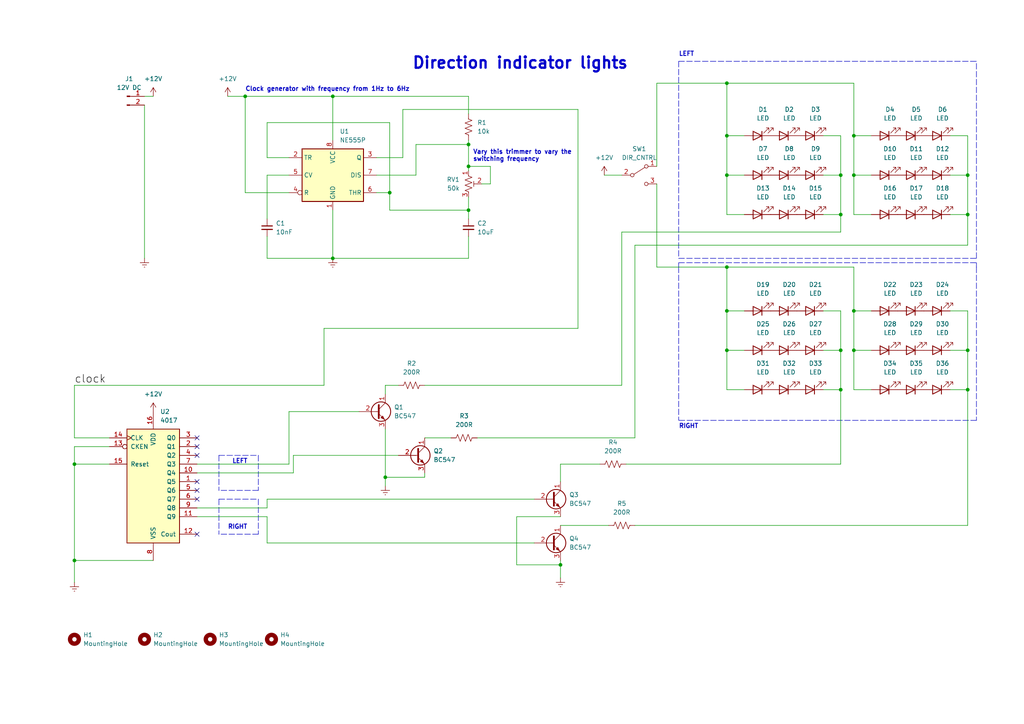
<source format=kicad_sch>
(kicad_sch (version 20211123) (generator eeschema)
  (paper "A4")
  (lib_symbols
    (symbol "4xxx:4017" (pin_names (offset 1.016))
      (property "Reference" "U" (at -7.62 16.51 0))
      (property "Value" "4017" (at -7.62 -19.05 0))
      (symbol "4017_1_0"
        (pin output line (at 12.7 0 180) (length 5.08) (name "Q5") (number "1"))
        (pin output line (at 12.7 2.54 180) (length 5.08) (name "Q4") (number "10"))
        (pin output line (at 12.7 -10.16 180) (length 5.08) (name "Q9") (number "11"))
        (pin output line (at 12.7 -15.24 180) (length 5.08) (name "Cout") (number "12"))
        (pin input inverted (at -12.7 10.16 0) (length 5.08) (name "CKEN") (number "13"))
        (pin input clock (at -12.7 12.7 0) (length 5.08) (name "CLK") (number "14"))
        (pin input line (at -12.7 5.08 0) (length 5.08) (name "Reset") (number "15"))
        (pin power_in line (at 0 20.32 270) (length 5.08) (name "VDD") (number "16"))
        (pin output line (at 12.7 10.16 180) (length 5.08) (name "Q1") (number "2"))
        (pin output line (at 12.7 12.7 180) (length 5.08) (name "Q0") (number "3"))
        (pin output line (at 12.7 7.62 180) (length 5.08) (name "Q2") (number "4"))
        (pin output line (at 12.7 -2.54 180) (length 5.08) (name "Q6") (number "5"))
        (pin output line (at 12.7 -5.08 180) (length 5.08) (name "Q7") (number "6"))
        (pin output line (at 12.7 5.08 180) (length 5.08) (name "Q3") (number "7"))
        (pin power_in line (at 0 -22.86 90) (length 5.08) (name "VSS") (number "8"))
        (pin output line (at 12.7 -7.62 180) (length 5.08) (name "Q8") (number "9"))
      )
      (symbol "4017_1_1"
        (rectangle (start -7.62 15.24) (end 7.62 -17.78) (stroke (width 0.254)) (fill (type background)))
      )
    )
    (symbol "Connector:Conn_01x02_Male" (pin_names (offset 1.016) hide)
      (property "Reference" "J" (at 0 2.54 0))
      (property "Value" "Conn_01x02_Male" (at 0 -5.08 0))
      (symbol "Conn_01x02_Male_1_1"
        (polyline (pts (xy 1.27 -2.54) (xy 0.8636 -2.54)) (stroke (width 0.1524)))
        (polyline (pts (xy 1.27 0) (xy 0.8636 0)) (stroke (width 0.1524)))
        (rectangle (start 0.8636 -2.413) (end 0 -2.667) (stroke (width 0.1524)) (fill (type outline)))
        (rectangle (start 0.8636 0.127) (end 0 -0.127) (stroke (width 0.1524)) (fill (type outline)))
        (pin passive line (at 5.08 0 180) (length 3.81) (name "Pin_1") (number "1"))
        (pin passive line (at 5.08 -2.54 180) (length 3.81) (name "Pin_2") (number "2"))
      )
    )
    (symbol "Device:C_Small" (pin_numbers hide) (pin_names (offset 0.254) hide)
      (property "Reference" "C" (at 0.254 1.778 0))
      (property "Value" "C_Small" (at 0.254 -2.032 0))
      (symbol "C_Small_0_1"
        (polyline (pts (xy -1.524 -0.508) (xy 1.524 -0.508)) (stroke (width 0.3302)))
        (polyline (pts (xy -1.524 0.508) (xy 1.524 0.508)) (stroke (width 0.3048)))
      )
      (symbol "C_Small_1_1"
        (pin passive line (at 0 2.54 270) (length 2.032) (name "~") (number "1"))
        (pin passive line (at 0 -2.54 90) (length 2.032) (name "~") (number "2"))
      )
    )
    (symbol "Device:LED" (pin_numbers hide) (pin_names (offset 1.016) hide)
      (property "Reference" "D" (at 0 2.54 0))
      (property "Value" "LED" (at 0 -2.54 0))
      (symbol "LED_0_1"
        (polyline (pts (xy -1.27 -1.27) (xy -1.27 1.27)) (stroke (width 0.254)))
        (polyline (pts (xy -1.27 0) (xy 1.27 0)))
        (polyline (pts (xy 1.27 -1.27) (xy 1.27 1.27) (xy -1.27 0) (xy 1.27 -1.27)) (stroke (width 0.254)))
        (polyline (pts (xy -3.048 -0.762) (xy -4.572 -2.286) (xy -3.81 -2.286) (xy -4.572 -2.286) (xy -4.572 -1.524)))
        (polyline (pts (xy -1.778 -0.762) (xy -3.302 -2.286) (xy -2.54 -2.286) (xy -3.302 -2.286) (xy -3.302 -1.524)))
      )
      (symbol "LED_1_1"
        (pin passive line (at -3.81 0 0) (length 2.54) (name "K") (number "1"))
        (pin passive line (at 3.81 0 180) (length 2.54) (name "A") (number "2"))
      )
    )
    (symbol "Device:R_Potentiometer_Trim_US" (pin_names (offset 1.016) hide)
      (property "Reference" "RV" (at -4.445 0 90))
      (property "Value" "R_Potentiometer_Trim_US" (at -2.54 0 90))
      (symbol "R_Potentiometer_Trim_US_0_1"
        (polyline (pts (xy 0 -2.286) (xy 0 -2.54)))
        (polyline (pts (xy 0 2.286) (xy 0 2.54)))
        (polyline (pts (xy 1.524 0.762) (xy 1.524 -0.762)))
        (polyline (pts (xy 2.54 0) (xy 1.524 0)))
        (polyline (pts (xy 0 -0.762) (xy 1.016 -1.143) (xy 0 -1.524) (xy -1.016 -1.905) (xy 0 -2.286)))
        (polyline (pts (xy 0 0.762) (xy 1.016 0.381) (xy 0 0) (xy -1.016 -0.381) (xy 0 -0.762)))
        (polyline (pts (xy 0 2.286) (xy 1.016 1.905) (xy 0 1.524) (xy -1.016 1.143) (xy 0 0.762)))
      )
      (symbol "R_Potentiometer_Trim_US_1_1"
        (pin passive line (at 0 3.81 270) (length 1.27) (name "1") (number "1"))
        (pin passive line (at 3.81 0 180) (length 1.27) (name "2") (number "2"))
        (pin passive line (at 0 -3.81 90) (length 1.27) (name "3") (number "3"))
      )
    )
    (symbol "Device:R_US" (pin_numbers hide) (pin_names (offset 0))
      (property "Reference" "R" (at 2.54 0 90))
      (property "Value" "R_US" (at -2.54 0 90))
      (symbol "R_US_0_1"
        (polyline (pts (xy 0 -2.286) (xy 0 -2.54)))
        (polyline (pts (xy 0 2.286) (xy 0 2.54)))
        (polyline (pts (xy 0 -0.762) (xy 1.016 -1.143) (xy 0 -1.524) (xy -1.016 -1.905) (xy 0 -2.286)))
        (polyline (pts (xy 0 0.762) (xy 1.016 0.381) (xy 0 0) (xy -1.016 -0.381) (xy 0 -0.762)))
        (polyline (pts (xy 0 2.286) (xy 1.016 1.905) (xy 0 1.524) (xy -1.016 1.143) (xy 0 0.762)))
      )
      (symbol "R_US_1_1"
        (pin passive line (at 0 3.81 270) (length 1.27) (name "~") (number "1"))
        (pin passive line (at 0 -3.81 90) (length 1.27) (name "~") (number "2"))
      )
    )
    (symbol "Mechanical:MountingHole" (pin_names (offset 1.016))
      (property "Reference" "H" (at 0 5.08 0))
      (property "Value" "MountingHole" (at 0 3.175 0))
      (symbol "MountingHole_0_1"
        (circle (center 0 0) (radius 1.27) (stroke (width 1.27)))
      )
    )
    (symbol "Switch:SW_SPDT" (pin_names (offset 0) hide)
      (property "Reference" "SW" (at 0 4.318 0))
      (property "Value" "SW_SPDT" (at 0 -5.08 0))
      (symbol "SW_SPDT_0_0"
        (circle (center -2.032 0) (radius 0.508))
        (circle (center 2.032 -2.54) (radius 0.508))
      )
      (symbol "SW_SPDT_0_1"
        (polyline (pts (xy -1.524 0.254) (xy 1.651 2.286)))
        (circle (center 2.032 2.54) (radius 0.508))
      )
      (symbol "SW_SPDT_1_1"
        (pin passive line (at 5.08 2.54 180) (length 2.54) (name "A") (number "1"))
        (pin passive line (at -5.08 0 0) (length 2.54) (name "B") (number "2"))
        (pin passive line (at 5.08 -2.54 180) (length 2.54) (name "C") (number "3"))
      )
    )
    (symbol "Timer:NE555P"
      (property "Reference" "U" (at -10.16 8.89 0))
      (property "Value" "NE555P" (at 2.54 8.89 0))
      (symbol "NE555P_0_0"
        (pin power_in line (at 0 -10.16 90) (length 2.54) (name "GND") (number "1"))
        (pin power_in line (at 0 10.16 270) (length 2.54) (name "VCC") (number "8"))
      )
      (symbol "NE555P_0_1"
        (rectangle (start -8.89 -7.62) (end 8.89 7.62) (stroke (width 0.254)) (fill (type background)))
        (rectangle (start -8.89 -7.62) (end 8.89 7.62) (stroke (width 0.254)) (fill (type background)))
      )
      (symbol "NE555P_1_1"
        (pin input line (at -12.7 5.08 0) (length 3.81) (name "TR") (number "2"))
        (pin output line (at 12.7 5.08 180) (length 3.81) (name "Q") (number "3"))
        (pin input inverted (at -12.7 -5.08 0) (length 3.81) (name "R") (number "4"))
        (pin input line (at -12.7 0 0) (length 3.81) (name "CV") (number "5"))
        (pin input line (at 12.7 -5.08 180) (length 3.81) (name "THR") (number "6"))
        (pin input line (at 12.7 0 180) (length 3.81) (name "DIS") (number "7"))
      )
    )
    (symbol "Transistor_BJT:BC547" (pin_names (offset 0) hide)
      (property "Reference" "Q" (at 5.08 1.905 0))
      (property "Value" "BC547" (at 5.08 0 0))
      (symbol "BC547_0_1"
        (polyline (pts (xy 0 0) (xy 0.635 0)))
        (polyline (pts (xy 0.635 0.635) (xy 2.54 2.54)))
        (polyline (pts (xy 0.635 -0.635) (xy 2.54 -2.54) (xy 2.54 -2.54)))
        (polyline (pts (xy 0.635 1.905) (xy 0.635 -1.905) (xy 0.635 -1.905)) (stroke (width 0.508)))
        (polyline (pts (xy 1.27 -1.778) (xy 1.778 -1.27) (xy 2.286 -2.286) (xy 1.27 -1.778) (xy 1.27 -1.778)) (fill (type outline)))
        (circle (center 1.27 0) (radius 2.8194) (stroke (width 0.254)))
      )
      (symbol "BC547_1_1"
        (pin passive line (at 2.54 5.08 270) (length 2.54) (name "C") (number "1"))
        (pin input line (at -5.08 0 0) (length 5.08) (name "B") (number "2"))
        (pin passive line (at 2.54 -5.08 90) (length 2.54) (name "E") (number "3"))
      )
    )
    (symbol "power:+12V" (power) (pin_names (offset 0))
      (property "Value" "+12V" (at 0 3.556 0))
      (symbol "+12V_0_1"
        (polyline (pts (xy -0.762 1.27) (xy 0 2.54)))
        (polyline (pts (xy 0 0) (xy 0 2.54)))
        (polyline (pts (xy 0 2.54) (xy 0.762 1.27)))
      )
      (symbol "+12V_1_1"
        (pin power_in line (at 0 0 90) (length 0) hide (name "+12V") (number "1"))
      )
    )
    (symbol "power:Earth" (power) (pin_names (offset 0))
      (symbol "Earth_0_1"
        (polyline (pts (xy -0.635 -1.905) (xy 0.635 -1.905)))
        (polyline (pts (xy -0.127 -2.54) (xy 0.127 -2.54)))
        (polyline (pts (xy 0 -1.27) (xy 0 0)))
        (polyline (pts (xy 1.27 -1.27) (xy -1.27 -1.27)))
      )
      (symbol "Earth_1_1"
        (pin power_in line (at 0 0 270) (length 0) hide (name "Earth") (number "1"))
      )
    )
  )
  (junction (at 210.82 24.13))
  (junction (at 243.84 50.8))
  (junction (at 135.89 48.26))
  (junction (at 280.67 62.23))
  (junction (at 243.84 113.03))
  (junction (at 71.12 27.94))
  (junction (at 247.65 101.6))
  (junction (at 280.67 113.03))
  (junction (at 243.84 62.23))
  (junction (at 247.65 39.37))
  (junction (at 210.82 77.47))
  (junction (at 210.82 101.6))
  (junction (at 243.84 101.6))
  (junction (at 21.59 162.56))
  (junction (at 96.52 74.93))
  (junction (at 96.52 27.94))
  (junction (at 210.82 90.17))
  (junction (at 280.67 101.6))
  (junction (at 210.82 50.8))
  (junction (at 247.65 90.17))
  (junction (at 210.82 39.37))
  (junction (at 280.67 50.8))
  (junction (at 111.76 138.43))
  (junction (at 162.56 163.83))
  (junction (at 21.59 134.62))
  (junction (at 113.03 55.88))
  (junction (at 135.89 41.91))
  (junction (at 247.65 50.8))
  (junction (at 135.89 60.96))
  (no_connect (at 57.15 127))
  (no_connect (at 57.15 129.54))
  (no_connect (at 57.15 132.08))
  (no_connect (at 57.15 139.7))
  (no_connect (at 57.15 142.24))
  (no_connect (at 57.15 144.78))
  (no_connect (at 57.15 154.94))
  (wire (pts (xy 215.9 39.37) (xy 210.82 39.37)))
  (wire (pts (xy 120.65 41.91) (xy 135.89 41.91)))
  (wire (pts (xy 66.04 27.94) (xy 71.12 27.94)))
  (wire (pts (xy 139.7 53.34) (xy 142.24 53.34)))
  (wire (pts (xy 77.47 45.72) (xy 77.47 35.56)))
  (wire (pts (xy 111.76 111.76) (xy 115.57 111.76)))
  (wire (pts (xy 135.89 60.96) (xy 135.89 63.5)))
  (wire (pts (xy 167.64 31.75) (xy 167.64 95.25)))
  (wire (pts (xy 247.65 39.37) (xy 247.65 50.8)))
  (polyline (pts (xy 196.85 17.78) (xy 196.85 74.93)))
  (wire (pts (xy 109.22 45.72) (xy 116.84 45.72)))
  (wire (pts (xy 238.76 90.17) (xy 243.84 90.17)))
  (wire (pts (xy 21.59 111.76) (xy 21.59 127)))
  (polyline (pts (xy 283.21 74.93) (xy 283.21 17.78)))
  (wire (pts (xy 21.59 134.62) (xy 21.59 162.56)))
  (wire (pts (xy 247.65 101.6) (xy 247.65 113.03)))
  (wire (pts (xy 57.15 137.16) (xy 85.09 137.16)))
  (wire (pts (xy 247.65 50.8) (xy 252.73 50.8)))
  (wire (pts (xy 162.56 149.86) (xy 149.86 149.86)))
  (polyline (pts (xy 63.5 132.08) (xy 74.93 132.08)))
  (wire (pts (xy 238.76 39.37) (xy 243.84 39.37)))
  (wire (pts (xy 210.82 77.47) (xy 210.82 90.17)))
  (wire (pts (xy 190.5 77.47) (xy 210.82 77.47)))
  (polyline (pts (xy 74.93 144.78) (xy 74.93 154.94)))
  (wire (pts (xy 111.76 111.76) (xy 111.76 114.3)))
  (wire (pts (xy 215.9 90.17) (xy 210.82 90.17)))
  (wire (pts (xy 243.84 62.23) (xy 238.76 62.23)))
  (wire (pts (xy 44.45 162.56) (xy 21.59 162.56)))
  (wire (pts (xy 77.47 74.93) (xy 96.52 74.93)))
  (wire (pts (xy 116.84 31.75) (xy 167.64 31.75)))
  (wire (pts (xy 135.89 48.26) (xy 135.89 49.53)))
  (wire (pts (xy 243.84 90.17) (xy 243.84 101.6)))
  (wire (pts (xy 135.89 60.96) (xy 113.03 60.96)))
  (wire (pts (xy 162.56 134.62) (xy 162.56 139.7)))
  (wire (pts (xy 71.12 27.94) (xy 71.12 55.88)))
  (wire (pts (xy 142.24 48.26) (xy 135.89 48.26)))
  (polyline (pts (xy 74.93 132.08) (xy 74.93 142.24)))
  (wire (pts (xy 238.76 50.8) (xy 243.84 50.8)))
  (wire (pts (xy 280.67 62.23) (xy 275.59 62.23)))
  (wire (pts (xy 96.52 40.64) (xy 96.52 27.94)))
  (wire (pts (xy 243.84 134.62) (xy 181.61 134.62)))
  (wire (pts (xy 243.84 101.6) (xy 243.84 113.03)))
  (wire (pts (xy 93.98 95.25) (xy 93.98 111.76)))
  (wire (pts (xy 184.15 127) (xy 138.43 127)))
  (wire (pts (xy 247.65 39.37) (xy 247.65 24.13)))
  (wire (pts (xy 31.75 129.54) (xy 21.59 129.54)))
  (wire (pts (xy 116.84 31.75) (xy 116.84 45.72)))
  (wire (pts (xy 83.82 119.38) (xy 83.82 134.62)))
  (wire (pts (xy 113.03 35.56) (xy 113.03 55.88)))
  (wire (pts (xy 280.67 113.03) (xy 275.59 113.03)))
  (wire (pts (xy 190.5 53.34) (xy 190.5 77.47)))
  (wire (pts (xy 243.84 113.03) (xy 238.76 113.03)))
  (wire (pts (xy 275.59 101.6) (xy 280.67 101.6)))
  (wire (pts (xy 280.67 39.37) (xy 280.67 50.8)))
  (wire (pts (xy 135.89 40.64) (xy 135.89 41.91)))
  (wire (pts (xy 142.24 53.34) (xy 142.24 48.26)))
  (polyline (pts (xy 63.5 144.78) (xy 74.93 144.78)))
  (wire (pts (xy 210.82 62.23) (xy 215.9 62.23)))
  (wire (pts (xy 83.82 55.88) (xy 71.12 55.88)))
  (wire (pts (xy 135.89 27.94) (xy 135.89 33.02)))
  (wire (pts (xy 210.82 50.8) (xy 210.82 62.23)))
  (wire (pts (xy 238.76 101.6) (xy 243.84 101.6)))
  (wire (pts (xy 135.89 57.15) (xy 135.89 60.96)))
  (wire (pts (xy 210.82 113.03) (xy 215.9 113.03)))
  (wire (pts (xy 96.52 60.96) (xy 96.52 74.93)))
  (wire (pts (xy 176.53 152.4) (xy 162.56 152.4)))
  (wire (pts (xy 243.84 113.03) (xy 243.84 134.62)))
  (polyline (pts (xy 196.85 76.2) (xy 283.21 76.2)))
  (wire (pts (xy 247.65 90.17) (xy 247.65 101.6)))
  (polyline (pts (xy 283.21 77.47) (xy 283.21 121.92)))
  (wire (pts (xy 247.65 50.8) (xy 247.65 62.23)))
  (wire (pts (xy 252.73 90.17) (xy 247.65 90.17)))
  (wire (pts (xy 135.89 74.93) (xy 96.52 74.93)))
  (wire (pts (xy 243.84 62.23) (xy 243.84 67.31)))
  (wire (pts (xy 41.91 27.94) (xy 44.45 27.94)))
  (polyline (pts (xy 283.21 121.92) (xy 196.85 121.92)))
  (wire (pts (xy 252.73 39.37) (xy 247.65 39.37)))
  (wire (pts (xy 243.84 39.37) (xy 243.84 50.8)))
  (polyline (pts (xy 283.21 76.2) (xy 283.21 77.47)))
  (wire (pts (xy 210.82 50.8) (xy 215.9 50.8)))
  (wire (pts (xy 77.47 63.5) (xy 77.47 50.8)))
  (wire (pts (xy 275.59 90.17) (xy 280.67 90.17)))
  (wire (pts (xy 247.65 24.13) (xy 210.82 24.13)))
  (wire (pts (xy 111.76 138.43) (xy 123.19 138.43)))
  (wire (pts (xy 135.89 41.91) (xy 135.89 48.26)))
  (wire (pts (xy 93.98 111.76) (xy 21.59 111.76)))
  (wire (pts (xy 21.59 162.56) (xy 21.59 168.91)))
  (polyline (pts (xy 63.5 132.08) (xy 63.5 142.24)))
  (wire (pts (xy 210.82 77.47) (xy 247.65 77.47)))
  (polyline (pts (xy 196.85 74.93) (xy 283.21 74.93)))
  (wire (pts (xy 21.59 134.62) (xy 31.75 134.62)))
  (wire (pts (xy 77.47 50.8) (xy 83.82 50.8)))
  (wire (pts (xy 210.82 101.6) (xy 210.82 113.03)))
  (wire (pts (xy 280.67 113.03) (xy 280.67 152.4)))
  (wire (pts (xy 190.5 24.13) (xy 210.82 24.13)))
  (wire (pts (xy 280.67 62.23) (xy 280.67 71.12)))
  (polyline (pts (xy 74.93 154.94) (xy 63.5 154.94)))
  (wire (pts (xy 111.76 124.46) (xy 111.76 138.43)))
  (wire (pts (xy 21.59 129.54) (xy 21.59 134.62)))
  (wire (pts (xy 180.34 67.31) (xy 180.34 111.76)))
  (wire (pts (xy 162.56 163.83) (xy 162.56 167.64)))
  (wire (pts (xy 104.14 119.38) (xy 83.82 119.38)))
  (polyline (pts (xy 196.85 76.2) (xy 196.85 77.47)))
  (wire (pts (xy 173.99 134.62) (xy 162.56 134.62)))
  (wire (pts (xy 109.22 50.8) (xy 120.65 50.8)))
  (wire (pts (xy 280.67 50.8) (xy 280.67 62.23)))
  (wire (pts (xy 184.15 71.12) (xy 184.15 127)))
  (wire (pts (xy 210.82 101.6) (xy 215.9 101.6)))
  (wire (pts (xy 247.65 77.47) (xy 247.65 90.17)))
  (polyline (pts (xy 63.5 144.78) (xy 63.5 154.94)))
  (wire (pts (xy 120.65 50.8) (xy 120.65 41.91)))
  (wire (pts (xy 149.86 149.86) (xy 149.86 163.83)))
  (wire (pts (xy 280.67 152.4) (xy 184.15 152.4)))
  (wire (pts (xy 210.82 39.37) (xy 210.82 50.8)))
  (wire (pts (xy 210.82 90.17) (xy 210.82 101.6)))
  (wire (pts (xy 113.03 60.96) (xy 113.03 55.88)))
  (wire (pts (xy 149.86 163.83) (xy 162.56 163.83)))
  (wire (pts (xy 280.67 90.17) (xy 280.67 101.6)))
  (wire (pts (xy 71.12 27.94) (xy 96.52 27.94)))
  (polyline (pts (xy 74.93 142.24) (xy 63.5 142.24)))
  (wire (pts (xy 243.84 50.8) (xy 243.84 62.23)))
  (wire (pts (xy 280.67 101.6) (xy 280.67 113.03)))
  (wire (pts (xy 130.81 127) (xy 123.19 127)))
  (wire (pts (xy 111.76 138.43) (xy 111.76 140.97)))
  (wire (pts (xy 83.82 45.72) (xy 77.47 45.72)))
  (wire (pts (xy 109.22 55.88) (xy 113.03 55.88)))
  (wire (pts (xy 96.52 27.94) (xy 135.89 27.94)))
  (wire (pts (xy 57.15 149.86) (xy 77.47 149.86)))
  (wire (pts (xy 210.82 24.13) (xy 210.82 39.37)))
  (wire (pts (xy 85.09 137.16) (xy 85.09 132.08)))
  (wire (pts (xy 247.65 113.03) (xy 252.73 113.03)))
  (wire (pts (xy 167.64 95.25) (xy 93.98 95.25)))
  (polyline (pts (xy 196.85 77.47) (xy 196.85 121.92)))
  (wire (pts (xy 57.15 147.32) (xy 77.47 147.32)))
  (wire (pts (xy 85.09 132.08) (xy 115.57 132.08)))
  (wire (pts (xy 41.91 30.48) (xy 41.91 74.93)))
  (wire (pts (xy 77.47 147.32) (xy 77.47 144.78)))
  (wire (pts (xy 21.59 127) (xy 31.75 127)))
  (wire (pts (xy 175.26 50.8) (xy 180.34 50.8)))
  (wire (pts (xy 83.82 134.62) (xy 57.15 134.62)))
  (wire (pts (xy 77.47 68.58) (xy 77.47 74.93)))
  (wire (pts (xy 280.67 71.12) (xy 184.15 71.12)))
  (wire (pts (xy 77.47 144.78) (xy 154.94 144.78)))
  (wire (pts (xy 77.47 149.86) (xy 77.47 157.48)))
  (wire (pts (xy 275.59 50.8) (xy 280.67 50.8)))
  (wire (pts (xy 123.19 137.16) (xy 123.19 138.43)))
  (wire (pts (xy 247.65 101.6) (xy 252.73 101.6)))
  (wire (pts (xy 247.65 62.23) (xy 252.73 62.23)))
  (wire (pts (xy 123.19 111.76) (xy 180.34 111.76)))
  (wire (pts (xy 275.59 39.37) (xy 280.67 39.37)))
  (wire (pts (xy 77.47 157.48) (xy 154.94 157.48)))
  (wire (pts (xy 243.84 67.31) (xy 180.34 67.31)))
  (polyline (pts (xy 196.85 17.78) (xy 283.21 17.78)))
  (wire (pts (xy 135.89 68.58) (xy 135.89 74.93)))
  (wire (pts (xy 77.47 35.56) (xy 113.03 35.56)))
  (wire (pts (xy 190.5 48.26) (xy 190.5 24.13)))
  (wire (pts (xy 162.56 163.83) (xy 162.56 162.56)))
  (text "Direction indicator lights" (at 119.38 20.32 0) (effects (font (size 3.27 3.27) bold) (justify left bottom)))
  (text "LEFT" (at 196.85 16.51 0) (effects (font (size 1.27 1.27) (thickness 0.254) bold) (justify left bottom)))
  (text "LEFT" (at 67.31 134.62 0) (effects (font (size 1.27 1.27) (thickness 0.254) bold) (justify left bottom)))
  (text "Clock generator with frequency from 1Hz to 6Hz" (at 71.12 26.67 0) (effects (font (size 1.27 1.27) bold) (justify left bottom)))
  (text "Vary this trimmer to vary the\nswitching frequency" (at 137.16 46.99 0) (effects (font (size 1.27 1.27) bold) (justify left bottom)))
  (text "RIGHT\n" (at 196.85 124.46 0) (effects (font (size 1.27 1.27) (thickness 0.254) bold) (justify left bottom)))
  (text "RIGHT\n" (at 66.04 153.67 0) (effects (font (size 1.27 1.27) (thickness 0.254) bold) (justify left bottom)))
  (label "clock" (at 21.59 111.76 0) (effects (font (size 2.27 2.27))))
  (symbol (lib_id "Device:LED") (at 256.54 113.03 180) (unit 1)
    (property "Reference" "D34" (at 258.1275 105.41 0))
    (property "Value" "LED" (at 258.1275 107.95 0))
    (property "Footprint" "LED_THT:LED_D5.0mm" (effects hide))
  )
  (symbol (lib_id "power:Earth") (at 41.91 74.93 0) (unit 1)
    (property "Reference" "#PWR04" (effects hide))
    (property "Value" "Earth" (effects hide))
  )
  (symbol (lib_id "Device:LED") (at 227.33 90.17 180) (unit 1)
    (property "Reference" "D20" (at 228.9175 82.55 0))
    (property "Value" "LED" (at 228.9175 85.09 0))
    (property "Footprint" "LED_THT:LED_D5.0mm" (effects hide))
  )
  (symbol (lib_id "Device:LED") (at 219.71 62.23 180) (unit 1)
    (property "Reference" "D13" (at 221.2975 54.61 0))
    (property "Value" "LED" (at 221.2975 57.15 0))
    (property "Footprint" "LED_THT:LED_D5.0mm" (effects hide))
  )
  (symbol (lib_id "Connector:Conn_01x02_Male") (at 36.83 27.94 0) (unit 1)
    (property "Reference" "J1" (at 37.465 22.86 0))
    (property "Value" "12V DC" (at 37.465 25.4 0))
    (property "Footprint" "Connector_JST:JST_EH_B2B-EH-A_1x02_P2.50mm_Vertical" (effects hide))
  )
  (symbol (lib_id "Device:C_Small") (at 77.47 66.04 0) (unit 1)
    (property "Reference" "C1" (at 80.01 64.7762 0) (effects (justify left)))
    (property "Value" "10nF" (at 80.01 67.3162 0) (effects (justify left)))
    (property "Footprint" "Capacitor_THT:C_Rect_L11.5mm_W3.2mm_P10.00mm_MKT" (effects hide))
  )
  (symbol (lib_id "Device:LED") (at 264.16 50.8 180) (unit 1)
    (property "Reference" "D11" (at 265.7475 43.18 0))
    (property "Value" "LED" (at 265.7475 45.72 0))
    (property "Footprint" "LED_THT:LED_D5.0mm" (effects hide))
  )
  (symbol (lib_id "Device:LED") (at 271.78 101.6 180) (unit 1)
    (property "Reference" "D30" (at 273.3675 93.98 0))
    (property "Value" "LED" (at 273.3675 96.52 0))
    (property "Footprint" "LED_THT:LED_D5.0mm" (effects hide))
  )
  (symbol (lib_id "Transistor_BJT:BC547") (at 160.02 144.78 0) (unit 1)
    (property "Reference" "Q3" (at 165.1 143.5099 0) (effects (justify left)))
    (property "Value" "BC547" (at 165.1 146.0499 0) (effects (justify left)))
    (property "Footprint" "Package_TO_SOT_THT:TO-92_Inline" (effects hide))
    (property "Datasheet" "https://www.onsemi.com/pub/Collateral/BC550-D.pdf" (effects hide))
  )
  (symbol (lib_id "Device:LED") (at 227.33 62.23 180) (unit 1)
    (property "Reference" "D14" (at 228.9175 54.61 0))
    (property "Value" "LED" (at 228.9175 57.15 0))
    (property "Footprint" "LED_THT:LED_D5.0mm" (effects hide))
  )
  (symbol (lib_id "power:+12V") (at 66.04 27.94 0) (unit 1)
    (property "Reference" "#PWR02" (effects hide))
    (property "Value" "+12V" (at 66.04 22.86 0))
  )
  (symbol (lib_id "Device:R_US") (at 119.38 111.76 90) (unit 1)
    (property "Reference" "R2" (at 119.38 105.41 90))
    (property "Value" "200R" (at 119.38 107.95 90))
    (property "Footprint" "Resistor_THT:R_Axial_DIN0207_L6.3mm_D2.5mm_P10.16mm_Horizontal" (effects hide))
  )
  (symbol (lib_id "Device:LED") (at 227.33 101.6 180) (unit 1)
    (property "Reference" "D26" (at 228.9175 93.98 0))
    (property "Value" "LED" (at 228.9175 96.52 0))
    (property "Footprint" "LED_THT:LED_D5.0mm" (effects hide))
  )
  (symbol (lib_id "Device:LED") (at 264.16 62.23 180) (unit 1)
    (property "Reference" "D17" (at 265.7475 54.61 0))
    (property "Value" "LED" (at 265.7475 57.15 0))
    (property "Footprint" "LED_THT:LED_D5.0mm" (effects hide))
  )
  (symbol (lib_id "Device:LED") (at 219.71 90.17 180) (unit 1)
    (property "Reference" "D19" (at 221.2975 82.55 0))
    (property "Value" "LED" (at 221.2975 85.09 0))
    (property "Footprint" "LED_THT:LED_D5.0mm" (effects hide))
  )
  (symbol (lib_id "Device:LED") (at 227.33 113.03 180) (unit 1)
    (property "Reference" "D32" (at 228.9175 105.41 0))
    (property "Value" "LED" (at 228.9175 107.95 0))
    (property "Footprint" "LED_THT:LED_D5.0mm" (effects hide))
  )
  (symbol (lib_id "Device:LED") (at 234.95 62.23 180) (unit 1)
    (property "Reference" "D15" (at 236.5375 54.61 0))
    (property "Value" "LED" (at 236.5375 57.15 0))
    (property "Footprint" "LED_THT:LED_D5.0mm" (effects hide))
  )
  (symbol (lib_id "Device:LED") (at 256.54 90.17 180) (unit 1)
    (property "Reference" "D22" (at 258.1275 82.55 0))
    (property "Value" "LED" (at 258.1275 85.09 0))
    (property "Footprint" "LED_THT:LED_D5.0mm" (effects hide))
  )
  (symbol (lib_id "Device:R_US") (at 134.62 127 90) (unit 1)
    (property "Reference" "R3" (at 134.62 120.65 90))
    (property "Value" "200R" (at 134.62 123.19 90))
    (property "Footprint" "Resistor_THT:R_Axial_DIN0207_L6.3mm_D2.5mm_P10.16mm_Horizontal" (effects hide))
  )
  (symbol (lib_id "power:Earth") (at 162.56 167.64 0) (unit 1)
    (property "Reference" "#PWR08" (effects hide))
    (property "Value" "Earth" (effects hide))
  )
  (symbol (lib_id "power:Earth") (at 21.59 168.91 0) (unit 1)
    (property "Reference" "#PWR09" (effects hide))
    (property "Value" "Earth" (effects hide))
  )
  (symbol (lib_id "Device:R_US") (at 180.34 152.4 90) (unit 1)
    (property "Reference" "R5" (at 180.34 146.05 90))
    (property "Value" "200R" (at 180.34 148.59 90))
    (property "Footprint" "Resistor_THT:R_Axial_DIN0207_L6.3mm_D2.5mm_P10.16mm_Horizontal" (effects hide))
  )
  (symbol (lib_id "power:Earth") (at 111.76 140.97 0) (unit 1)
    (property "Reference" "#PWR07" (effects hide))
    (property "Value" "Earth" (effects hide))
  )
  (symbol (lib_id "Device:LED") (at 271.78 50.8 180) (unit 1)
    (property "Reference" "D12" (at 273.3675 43.18 0))
    (property "Value" "LED" (at 273.3675 45.72 0))
    (property "Footprint" "LED_THT:LED_D5.0mm" (effects hide))
  )
  (symbol (lib_id "Device:LED") (at 219.71 39.37 180) (unit 1)
    (property "Reference" "D1" (at 221.2975 31.75 0))
    (property "Value" "LED" (at 221.2975 34.29 0))
    (property "Footprint" "LED_THT:LED_D5.0mm" (effects hide))
  )
  (symbol (lib_id "Device:LED") (at 227.33 39.37 180) (unit 1)
    (property "Reference" "D2" (at 228.9175 31.75 0))
    (property "Value" "LED" (at 228.9175 34.29 0))
    (property "Footprint" "LED_THT:LED_D5.0mm" (effects hide))
  )
  (symbol (lib_id "Timer:NE555P") (at 96.52 50.8 0) (unit 1)
    (property "Reference" "U1" (at 98.5394 38.1 0) (effects (justify left)))
    (property "Value" "NE555P" (at 98.5394 40.64 0) (effects (justify left)))
    (property "Footprint" "Package_DIP:DIP-8_W7.62mm" (effects hide))
    (property "Datasheet" "http://www.ti.com/lit/ds/symlink/ne555.pdf" (effects hide))
  )
  (symbol (lib_id "Device:LED") (at 271.78 62.23 180) (unit 1)
    (property "Reference" "D18" (at 273.3675 54.61 0))
    (property "Value" "LED" (at 273.3675 57.15 0))
    (property "Footprint" "LED_THT:LED_D5.0mm" (effects hide))
  )
  (symbol (lib_id "Device:LED") (at 256.54 39.37 180) (unit 1)
    (property "Reference" "D4" (at 258.1275 31.75 0))
    (property "Value" "LED" (at 258.1275 34.29 0))
    (property "Footprint" "LED_THT:LED_D5.0mm" (effects hide))
  )
  (symbol (lib_id "Device:LED") (at 234.95 101.6 180) (unit 1)
    (property "Reference" "D27" (at 236.5375 93.98 0))
    (property "Value" "LED" (at 236.5375 96.52 0))
    (property "Footprint" "LED_THT:LED_D5.0mm" (effects hide))
  )
  (symbol (lib_id "Device:LED") (at 219.71 101.6 180) (unit 1)
    (property "Reference" "D25" (at 221.2975 93.98 0))
    (property "Value" "LED" (at 221.2975 96.52 0))
    (property "Footprint" "LED_THT:LED_D5.0mm" (effects hide))
  )
  (symbol (lib_id "Device:LED") (at 264.16 101.6 180) (unit 1)
    (property "Reference" "D29" (at 265.7475 93.98 0))
    (property "Value" "LED" (at 265.7475 96.52 0))
    (property "Footprint" "LED_THT:LED_D5.0mm" (effects hide))
  )
  (symbol (lib_id "Device:LED") (at 271.78 113.03 180) (unit 1)
    (property "Reference" "D36" (at 273.3675 105.41 0))
    (property "Value" "LED" (at 273.3675 107.95 0))
    (property "Footprint" "LED_THT:LED_D5.0mm" (effects hide))
  )
  (symbol (lib_id "power:Earth") (at 96.52 74.93 0) (unit 1)
    (property "Reference" "#PWR05" (effects hide))
    (property "Value" "Earth" (effects hide))
  )
  (symbol (lib_id "Device:LED") (at 234.95 113.03 180) (unit 1)
    (property "Reference" "D33" (at 236.5375 105.41 0))
    (property "Value" "LED" (at 236.5375 107.95 0))
    (property "Footprint" "LED_THT:LED_D5.0mm" (effects hide))
  )
  (symbol (lib_id "Device:R_Potentiometer_Trim_US") (at 135.89 53.34 0) (unit 1)
    (property "Reference" "RV1" (at 133.35 52.0699 0) (effects (justify right)))
    (property "Value" "50k" (at 133.35 54.6099 0) (effects (justify right)))
    (property "Footprint" "Potentiometer_THT:Potentiometer_ACP_CA14V-15_Vertical_Hole" (effects hide))
  )
  (symbol (lib_id "Device:LED") (at 256.54 62.23 180) (unit 1)
    (property "Reference" "D16" (at 258.1275 54.61 0))
    (property "Value" "LED" (at 258.1275 57.15 0))
    (property "Footprint" "LED_THT:LED_D5.0mm" (effects hide))
  )
  (symbol (lib_id "Transistor_BJT:BC547") (at 160.02 157.48 0) (unit 1)
    (property "Reference" "Q4" (at 165.1 156.2099 0) (effects (justify left)))
    (property "Value" "BC547" (at 165.1 158.7499 0) (effects (justify left)))
    (property "Footprint" "Package_TO_SOT_THT:TO-92_Inline" (effects hide))
    (property "Datasheet" "https://www.onsemi.com/pub/Collateral/BC550-D.pdf" (effects hide))
  )
  (symbol (lib_id "Device:C_Small") (at 135.89 66.04 0) (unit 1)
    (property "Reference" "C2" (at 138.43 64.7762 0) (effects (justify left)))
    (property "Value" "10uF" (at 138.43 67.3162 0) (effects (justify left)))
    (property "Footprint" "Capacitor_THT:CP_Radial_D8.0mm_P3.80mm" (effects hide))
  )
  (symbol (lib_id "Mechanical:MountingHole") (at 60.96 185.42 0) (unit 1)
    (property "Reference" "H3" (at 63.5 184.1499 0) (effects (justify left)))
    (property "Value" "MountingHole" (at 63.5 186.6899 0) (effects (justify left)))
    (property "Footprint" "MountingHole:MountingHole_2.2mm_M2_DIN965_Pad_TopOnly" (effects hide))
  )
  (symbol (lib_id "Device:LED") (at 234.95 90.17 180) (unit 1)
    (property "Reference" "D21" (at 236.5375 82.55 0))
    (property "Value" "LED" (at 236.5375 85.09 0))
    (property "Footprint" "LED_THT:LED_D5.0mm" (effects hide))
  )
  (symbol (lib_id "Device:LED") (at 227.33 50.8 180) (unit 1)
    (property "Reference" "D8" (at 228.9175 43.18 0))
    (property "Value" "LED" (at 228.9175 45.72 0))
    (property "Footprint" "LED_THT:LED_D5.0mm" (effects hide))
  )
  (symbol (lib_id "Device:LED") (at 256.54 50.8 180) (unit 1)
    (property "Reference" "D10" (at 258.1275 43.18 0))
    (property "Value" "LED" (at 258.1275 45.72 0))
    (property "Footprint" "LED_THT:LED_D5.0mm" (effects hide))
  )
  (symbol (lib_id "Device:LED") (at 234.95 39.37 180) (unit 1)
    (property "Reference" "D3" (at 236.5375 31.75 0))
    (property "Value" "LED" (at 236.5375 34.29 0))
    (property "Footprint" "LED_THT:LED_D5.0mm" (effects hide))
  )
  (symbol (lib_id "Device:LED") (at 271.78 39.37 180) (unit 1)
    (property "Reference" "D6" (at 273.3675 31.75 0))
    (property "Value" "LED" (at 273.3675 34.29 0))
    (property "Footprint" "LED_THT:LED_D5.0mm" (effects hide))
  )
  (symbol (lib_id "Device:LED") (at 219.71 113.03 180) (unit 1)
    (property "Reference" "D31" (at 221.2975 105.41 0))
    (property "Value" "LED" (at 221.2975 107.95 0))
    (property "Footprint" "LED_THT:LED_D5.0mm" (effects hide))
  )
  (symbol (lib_id "Device:LED") (at 256.54 101.6 180) (unit 1)
    (property "Reference" "D28" (at 258.1275 93.98 0))
    (property "Value" "LED" (at 258.1275 96.52 0))
    (property "Footprint" "LED_THT:LED_D5.0mm" (effects hide))
  )
  (symbol (lib_id "Mechanical:MountingHole") (at 78.74 185.42 0) (unit 1)
    (property "Reference" "H4" (at 81.28 184.1499 0) (effects (justify left)))
    (property "Value" "MountingHole" (at 81.28 186.6899 0) (effects (justify left)))
    (property "Footprint" "MountingHole:MountingHole_2.2mm_M2_DIN965_Pad_TopOnly" (effects hide))
  )
  (symbol (lib_id "Device:LED") (at 219.71 50.8 180) (unit 1)
    (property "Reference" "D7" (at 221.2975 43.18 0))
    (property "Value" "LED" (at 221.2975 45.72 0))
    (property "Footprint" "LED_THT:LED_D5.0mm" (effects hide))
  )
  (symbol (lib_id "Device:LED") (at 264.16 90.17 180) (unit 1)
    (property "Reference" "D23" (at 265.7475 82.55 0))
    (property "Value" "LED" (at 265.7475 85.09 0))
    (property "Footprint" "LED_THT:LED_D5.0mm" (effects hide))
  )
  (symbol (lib_id "Mechanical:MountingHole") (at 41.91 185.42 0) (unit 1)
    (property "Reference" "H2" (at 44.45 184.1499 0) (effects (justify left)))
    (property "Value" "MountingHole" (at 44.45 186.6899 0) (effects (justify left)))
    (property "Footprint" "MountingHole:MountingHole_2.2mm_M2_DIN965_Pad_TopOnly" (effects hide))
  )
  (symbol (lib_id "4xxx:4017") (at 44.45 139.7 0) (unit 1)
    (property "Reference" "U2" (at 46.4694 119.38 0) (effects (justify left)))
    (property "Value" "4017" (at 46.4694 121.92 0) (effects (justify left)))
    (property "Footprint" "Package_DIP:DIP-16_W7.62mm_LongPads" (effects hide))
    (property "Datasheet" "http://www.intersil.com/content/dam/Intersil/documents/cd40/cd4017bms-22bms.pdf" (effects hide))
  )
  (symbol (lib_id "Device:R_US") (at 135.89 36.83 0) (unit 1)
    (property "Reference" "R1" (at 138.43 35.5599 0) (effects (justify left)))
    (property "Value" "10k" (at 138.43 38.0999 0) (effects (justify left)))
    (property "Footprint" "Resistor_THT:R_Axial_DIN0207_L6.3mm_D2.5mm_P10.16mm_Horizontal" (effects hide))
  )
  (symbol (lib_id "Transistor_BJT:BC547") (at 120.65 132.08 0) (unit 1)
    (property "Reference" "Q2" (at 125.73 130.8099 0) (effects (justify left)))
    (property "Value" "BC547" (at 125.73 133.3499 0) (effects (justify left)))
    (property "Footprint" "Package_TO_SOT_THT:TO-92_Inline" (effects hide))
    (property "Datasheet" "https://www.onsemi.com/pub/Collateral/BC550-D.pdf" (effects hide))
  )
  (symbol (lib_id "power:+12V") (at 44.45 27.94 0) (unit 1)
    (property "Reference" "#PWR01" (effects hide))
    (property "Value" "+12V" (at 44.45 22.86 0))
  )
  (symbol (lib_id "Device:LED") (at 264.16 39.37 180) (unit 1)
    (property "Reference" "D5" (at 265.7475 31.75 0))
    (property "Value" "LED" (at 265.7475 34.29 0))
    (property "Footprint" "LED_THT:LED_D5.0mm" (effects hide))
  )
  (symbol (lib_id "Mechanical:MountingHole") (at 21.59 185.42 0) (unit 1)
    (property "Reference" "H1" (at 24.13 184.1499 0) (effects (justify left)))
    (property "Value" "MountingHole" (at 24.13 186.6899 0) (effects (justify left)))
    (property "Footprint" "MountingHole:MountingHole_2.2mm_M2_DIN965_Pad_TopOnly" (effects hide))
  )
  (symbol (lib_id "Device:LED") (at 264.16 113.03 180) (unit 1)
    (property "Reference" "D35" (at 265.7475 105.41 0))
    (property "Value" "LED" (at 265.7475 107.95 0))
    (property "Footprint" "LED_THT:LED_D5.0mm" (effects hide))
  )
  (symbol (lib_id "Switch:SW_SPDT") (at 185.42 50.8 0) (unit 1)
    (property "Reference" "SW1" (at 185.42 43.18 0))
    (property "Value" "DIR_CNTRL" (at 185.42 45.72 0))
    (property "Footprint" "Button_Switch_THT:SW_E-Switch_EG2219_DPDT_Angled" (effects hide))
  )
  (symbol (lib_id "Device:R_US") (at 177.8 134.62 90) (unit 1)
    (property "Reference" "R4" (at 177.8 128.27 90))
    (property "Value" "200R" (at 177.8 130.81 90))
    (property "Footprint" "Resistor_THT:R_Axial_DIN0207_L6.3mm_D2.5mm_P10.16mm_Horizontal" (effects hide))
  )
  (symbol (lib_id "power:+12V") (at 175.26 50.8 0) (unit 1)
    (property "Reference" "#PWR03" (effects hide))
    (property "Value" "+12V" (at 175.26 45.72 0))
  )
  (symbol (lib_id "Device:LED") (at 234.95 50.8 180) (unit 1)
    (property "Reference" "D9" (at 236.5375 43.18 0))
    (property "Value" "LED" (at 236.5375 45.72 0))
    (property "Footprint" "LED_THT:LED_D5.0mm" (effects hide))
  )
  (symbol (lib_id "Device:LED") (at 271.78 90.17 180) (unit 1)
    (property "Reference" "D24" (at 273.3675 82.55 0))
    (property "Value" "LED" (at 273.3675 85.09 0))
    (property "Footprint" "LED_THT:LED_D5.0mm" (effects hide))
  )
  (symbol (lib_id "power:+12V") (at 44.45 119.38 0) (unit 1)
    (property "Reference" "#PWR06" (effects hide))
    (property "Value" "+12V" (at 44.45 114.3 0))
  )
  (symbol (lib_id "Transistor_BJT:BC547") (at 109.22 119.38 0) (unit 1)
    (property "Reference" "Q1" (at 114.3 118.1099 0) (effects (justify left)))
    (property "Value" "BC547" (at 114.3 120.6499 0) (effects (justify left)))
    (property "Footprint" "Package_TO_SOT_THT:TO-92_Inline" (effects hide))
    (property "Datasheet" "https://www.onsemi.com/pub/Collateral/BC550-D.pdf" (effects hide))
  )
)
</source>
